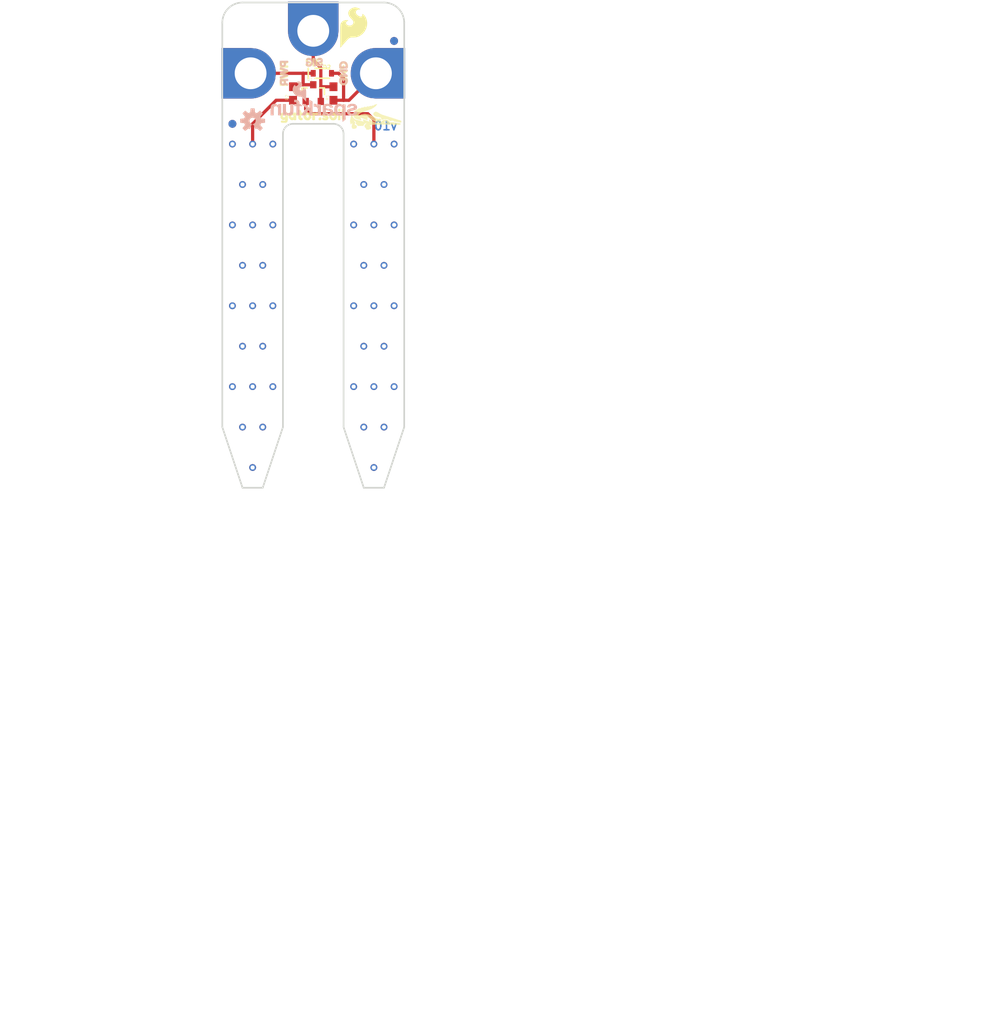
<source format=kicad_pcb>
(kicad_pcb (version 20211014) (generator pcbnew)
  (layers (0 "F.Cu" signal) (31 "B.Cu" signal) (34 "B.Paste" user) (35 "F.Paste" user) (36 "B.SilkS" user "B.Silkscreen") (37 "F.SilkS" user "F.Silkscreen") (38 "B.Mask" user) (39 "F.Mask" user) (44 "Edge.Cuts" user))
  (net 0 "")
  (net 1 "SIG")
  (net 2 "VCC")
  (net 3 "GND")
  (net 4 "PROBE1")
  (net 5 "PROBE2")
  (footprint "boardEagle:STAND-OFF" (layer "F.Cu") (at 139.6111 77.0636)
    (fp_text reference "STANDOFF1" hide)
    (fp_text value "STAND-OFF" hide)
    (pad "" np_thru_hole circle (at 0 0) (size 3.302 3.302) (drill 3.302) (layers *.Cu *.Mask))
  )
  (footprint "boardEagle:FIDUCIAL-1X2" (layer "F.Cu") (at 158.6611 79.3496)
    (fp_text reference "FID1" hide)
    (fp_text value "FIDUCIAL1X2" hide)
    (pad "1" smd roundrect (at 0 0) (size 1 1) (layers "F.Cu" "F.Mask") (roundrect_rratio 0.5))
  )
  (footprint "boardEagle:SIG1" (layer "F.Cu") (at 146.5961 82.0166)
    (fp_text reference "U$3" hide)
    (fp_text value "" hide)
  )
  (footprint "boardEagle:ORDERING_INSTRUCTIONS" (layer "F.Cu") (at 130.7211 151.9936)
    (fp_text reference "U$10" hide)
    (fp_text value "" hide)
  )
  (footprint "boardEagle:GATOR_MINI" (layer "F.Cu") (at 140.8811 83.4136 -90)
    (fp_text reference "J1" hide)
    (fp_text value "GATORGATOR_MINI" hide)
    (fp_poly (pts (xy 0.703108 -2.842582) (xy 1.048702 -2.743018) (xy 1.377668 -2.606756) (xy 1.689309 -2.434518) (xy 1.979705 -2.228471) (xy 2.245205 -1.991205) (xy 2.482471 -1.725705) (xy 2.688518 -1.435309) (xy 2.860756 -1.123668) (xy 2.997018 -0.794702) (xy 3.095591 -0.452549) (xy 3.155235 -0.10151) (xy 3.175 0.250437) (xy 3.175 3.937) (xy -3.175 3.937) (xy -3.175 0.246868) (xy -3.096582 -0.449108) (xy -2.997018 -0.794702) (xy -2.860756 -1.123668) (xy -2.688518 -1.435309) (xy -2.482471 -1.725705) (xy -2.245205 -1.991205) (xy -1.979705 -2.228471) (xy -1.689309 -2.434518) (xy -1.377668 -2.606756) (xy -1.048702 -2.743018) (xy -0.706549 -2.841591) (xy -0.35551 -2.901235) (xy 0.003575 -2.921401)) (layer "F.Cu") (width 0) (fill solid))
    (fp_poly (pts (xy 0.703108 -2.842582) (xy 1.048702 -2.743018) (xy 1.377668 -2.606756) (xy 1.689309 -2.434518) (xy 1.979705 -2.228471) (xy 2.245205 -1.991205) (xy 2.482471 -1.725705) (xy 2.688518 -1.435309) (xy 2.860756 -1.123668) (xy 2.997018 -0.794702) (xy 3.095591 -0.452549) (xy 3.155235 -0.10151) (xy 3.175 0.250437) (xy 3.175 3.937) (xy -3.175 3.937) (xy -3.175 0.246868) (xy -3.096582 -0.449108) (xy -2.997018 -0.794702) (xy -2.860756 -1.123668) (xy -2.688518 -1.435309) (xy -2.482471 -1.725705) (xy -2.245205 -1.991205) (xy -1.979705 -2.228471) (xy -1.689309 -2.434518) (xy -1.377668 -2.606756) (xy -1.048702 -2.743018) (xy -0.706549 -2.841591) (xy -0.35551 -2.901235) (xy 0.003575 -2.921401)) (layer "B.Cu") (width 0) (fill solid))
    (pad "P$2" thru_hole circle (at 0 0.254 270) (size 5.08 5.08) (drill 4.0005) (layers *.Cu *.Mask) (net 2 "VCC"))
  )
  (footprint "boardEagle:GND0" (layer "F.Cu") (at 152.3111 81.0006 -90)
    (fp_text reference "U$2" hide)
    (fp_text value "" hide)
  )
  (footprint "boardEagle:FIDUCIAL-1X2" (layer "F.Cu") (at 138.3411 89.7636)
    (fp_text reference "FID2" hide)
    (fp_text value "FIDUCIAL1X2" hide)
    (pad "1" smd roundrect (at 0 0) (size 1 1) (layers "F.Cu" "F.Mask") (roundrect_rratio 0.5))
  )
  (footprint "boardEagle:GATOR#SOIL1" (layer "F.Cu") (at 143.1671 88.6206)
    (fp_text reference "U$8" hide)
    (fp_text value "" hide)
  )
  (footprint "boardEagle:GATORBIT_FINAL_FOR_SILK#01#PNG" (layer "F.Cu") (at 156.3751 88.8746)
    (fp_text reference "U$11" hide)
    (fp_text value "" hide)
  )
  (footprint "boardEagle:0603" (layer "F.Cu") (at 151.0411 85.9536 90)
    (fp_text reference "R1" (at -0.889 -0.762 90) (layer "F.SilkS") (effects (font (size 0.367386 0.367386) (thickness 0.039014)) (justify left)))
    (fp_text value "10k")
    (pad "1" smd rect (at -0.85 0 90) (size 1.1 1) (layers "F.Cu" "F.Paste" "F.Mask") (net 3 "GND"))
    (pad "2" smd rect (at 0.85 0 90) (size 1.1 1) (layers "F.Cu" "F.Paste" "F.Mask") (net 1 "SIG"))
  )
  (footprint "boardEagle:REVISION" (layer "F.Cu") (at 140.8811 148.1836)
    (fp_text reference "LOGO3" hide)
    (fp_text value "REVISION" hide)
  )
  (footprint "boardEagle:SFE_LOGO_FLAME_.2" (layer "F.Cu") (at 151.5491 80.4926)
    (fp_text reference "U$4" hide)
    (fp_text value "" hide)
  )
  (footprint "boardEagle:GATOR_MINI" (layer "F.Cu") (at 148.5011 78.3336 180)
    (fp_text reference "J3" hide)
    (fp_text value "GATORGATOR_MINI" hide)
    (fp_poly (pts (xy 0.703108 -2.842582) (xy 1.048702 -2.743018) (xy 1.377668 -2.606756) (xy 1.689309 -2.434518) (xy 1.979705 -2.228471) (xy 2.245205 -1.991205) (xy 2.482471 -1.725705) (xy 2.688518 -1.435309) (xy 2.860756 -1.123668) (xy 2.997018 -0.794702) (xy 3.095591 -0.452549) (xy 3.155235 -0.10151) (xy 3.175 0.250437) (xy 3.175 3.937) (xy -3.175 3.937) (xy -3.175 0.246868) (xy -3.096582 -0.449108) (xy -2.997018 -0.794702) (xy -2.860756 -1.123668) (xy -2.688518 -1.435309) (xy -2.482471 -1.725705) (xy -2.245205 -1.991205) (xy -1.979705 -2.228471) (xy -1.689309 -2.434518) (xy -1.377668 -2.606756) (xy -1.048702 -2.743018) (xy -0.706549 -2.841591) (xy -0.35551 -2.901235) (xy 0.003575 -2.921401)) (layer "F.Cu") (width 0) (fill solid))
    (fp_poly (pts (xy 0.703108 -2.842582) (xy 1.048702 -2.743018) (xy 1.377668 -2.606756) (xy 1.689309 -2.434518) (xy 1.979705 -2.228471) (xy 2.245205 -1.991205) (xy 2.482471 -1.725705) (xy 2.688518 -1.435309) (xy 2.860756 -1.123668) (xy 2.997018 -0.794702) (xy 3.095591 -0.452549) (xy 3.155235 -0.10151) (xy 3.175 0.250437) (xy 3.175 3.937) (xy -3.175 3.937) (xy -3.175 0.246868) (xy -3.096582 -0.449108) (xy -2.997018 -0.794702) (xy -2.860756 -1.123668) (xy -2.688518 -1.435309) (xy -2.482471 -1.725705) (xy -2.245205 -1.991205) (xy -1.979705 -2.228471) (xy -1.689309 -2.434518) (xy -1.377668 -2.606756) (xy -1.048702 -2.743018) (xy -0.706549 -2.841591) (xy -0.35551 -2.901235) (xy 0.003575 -2.921401)) (layer "B.Cu") (width 0) (fill solid))
    (pad "P$2" thru_hole circle (at 0 0.254 180) (size 5.08 5.08) (drill 4.0005) (layers *.Cu *.Mask) (net 1 "SIG"))
  )
  (footprint "boardEagle:0603" (layer "F.Cu") (at 145.9611 85.9536 90)
    (fp_text reference "R2" (at -0.889 -0.762 90) (layer "F.SilkS") (effects (font (size 0.367386 0.367386) (thickness 0.039014)) (justify left)))
    (fp_text value "100")
    (pad "1" smd rect (at -0.85 0 90) (size 1.1 1) (layers "F.Cu" "F.Paste" "F.Mask") (net 5 "PROBE2"))
    (pad "2" smd rect (at 0.85 0 90) (size 1.1 1) (layers "F.Cu" "F.Paste" "F.Mask") (net 2 "VCC"))
  )
  (footprint "boardEagle:SOT23-3@1" (layer "F.Cu") (at 148.5011 85.9536)
    (fp_text reference "Q1" (at -0.8255 -1.778) (layer "F.SilkS") (effects (font (size 0.376489 0.376489) (thickness 0.029911)) (justify left)))
    (fp_text value "2N3904")
    (pad "1" smd rect (at -0.95 1) (size 0.8 0.9) (layers "F.Cu" "F.Paste" "F.Mask") (net 4 "PROBE1"))
    (pad "2" smd rect (at 0.95 1) (size 0.8 0.9) (layers "F.Cu" "F.Paste" "F.Mask") (net 1 "SIG"))
    (pad "3" smd rect (at 0 -1.1) (size 0.8 0.9) (layers "F.Cu" "F.Paste" "F.Mask") (net 2 "VCC"))
  )
  (footprint "boardEagle:CREATIVE_COMMONS" (layer "F.Cu") (at 129.4511 145.6436)
    (fp_text reference "FRAME1" hide)
    (fp_text value "" hide)
  )
  (footprint "boardEagle:PWR2" (layer "F.Cu") (at 144.8181 85.9536 90)
    (fp_text reference "U$1" hide)
    (fp_text value "" hide)
  )
  (footprint "boardEagle:SOD-323" (layer "F.Cu") (at 149.6441 83.4136)
    (fp_text reference "D2" (at 0 -0.762) (layer "F.SilkS") (effects (font (size 0.512064 0.512064) (thickness 0.097536)) (justify left)))
    (fp_text value "3.6V")
    (pad "A" smd rect (at 1.15 0) (size 0.63 0.83) (layers "F.Cu" "F.Paste" "F.Mask") (net 3 "GND"))
    (pad "C" smd rect (at -1.15 0) (size 0.63 0.83) (layers "F.Cu" "F.Paste" "F.Mask") (net 2 "VCC"))
  )
  (footprint "boardEagle:STAND-OFF" (layer "F.Cu") (at 157.3911 77.0636)
    (fp_text reference "STANDOFF2" hide)
    (fp_text value "STAND-OFF" hide)
    (pad "" np_thru_hole circle (at 0 0) (size 3.302 3.302) (drill 3.302) (layers *.Cu *.Mask))
  )
  (footprint "boardEagle:GATOR_MINI" (layer "F.Cu") (at 156.1211 83.4136 90)
    (fp_text reference "J2" hide)
    (fp_text value "GATORGATOR_MINI" hide)
    (fp_poly (pts (xy 0.703108 -2.842582) (xy 1.048702 -2.743018) (xy 1.377668 -2.606756) (xy 1.689309 -2.434518) (xy 1.979705 -2.228471) (xy 2.245205 -1.991205) (xy 2.482471 -1.725705) (xy 2.688518 -1.435309) (xy 2.860756 -1.123668) (xy 2.997018 -0.794702) (xy 3.095591 -0.452549) (xy 3.155235 -0.10151) (xy 3.175 0.250437) (xy 3.175 3.937) (xy -3.175 3.937) (xy -3.175 0.246868) (xy -3.096582 -0.449108) (xy -2.997018 -0.794702) (xy -2.860756 -1.123668) (xy -2.688518 -1.435309) (xy -2.482471 -1.725705) (xy -2.245205 -1.991205) (xy -1.979705 -2.228471) (xy -1.689309 -2.434518) (xy -1.377668 -2.606756) (xy -1.048702 -2.743018) (xy -0.706549 -2.841591) (xy -0.35551 -2.901235) (xy 0.003575 -2.921401)) (layer "F.Cu") (width 0) (fill solid))
    (fp_poly (pts (xy 0.703108 -2.842582) (xy 1.048702 -2.743018) (xy 1.377668 -2.606756) (xy 1.689309 -2.434518) (xy 1.979705 -2.228471) (xy 2.245205 -1.991205) (xy 2.482471 -1.725705) (xy 2.688518 -1.435309) (xy 2.860756 -1.123668) (xy 2.997018 -0.794702) (xy 3.095591 -0.452549) (xy 3.155235 -0.10151) (xy 3.175 0.250437) (xy 3.175 3.937) (xy -3.175 3.937) (xy -3.175 0.246868) (xy -3.096582 -0.449108) (xy -2.997018 -0.794702) (xy -2.860756 -1.123668) (xy -2.688518 -1.435309) (xy -2.482471 -1.725705) (xy -2.245205 -1.991205) (xy -1.979705 -2.228471) (xy -1.689309 -2.434518) (xy -1.377668 -2.606756) (xy -1.048702 -2.743018) (xy -0.706549 -2.841591) (xy -0.35551 -2.901235) (xy 0.003575 -2.921401)) (layer "B.Cu") (width 0) (fill solid))
    (pad "P$2" thru_hole circle (at 0 0.254 90) (size 5.08 5.08) (drill 4.0005) (layers *.Cu *.Mask) (net 3 "GND"))
  )
  (footprint "boardEagle:FIDUCIAL-1X2" (layer "B.Cu") (at 138.3411 89.7636 180)
    (fp_text reference "FID3" hide)
    (fp_text value "FIDUCIAL1X2" hide)
    (pad "1" smd roundrect (at 0 0 180) (size 1 1) (layers "B.Cu" "B.Mask") (roundrect_rratio 0.5))
  )
  (footprint "boardEagle:SFE_LOGO_NAME_FLAME_.1" (layer "B.Cu") (at 154.4701 89.6366 180)
    (fp_text reference "LOGO1" hide)
    (fp_text value "SFE_LOGO_NAME_FLAME.1_INCH" hide)
  )
  (footprint "boardEagle:FIDUCIAL-1X2" (layer "B.Cu") (at 158.6611 79.3496 180)
    (fp_text reference "FID4" hide)
    (fp_text value "FIDUCIAL1X2" hide)
    (pad "1" smd roundrect (at 0 0 180) (size 1 1) (layers "B.Cu" "B.Mask") (roundrect_rratio 0.5))
  )
  (footprint "boardEagle:SIG1" (layer "B.Cu") (at 150.6601 82.0166 180)
    (fp_text reference "U$5" hide)
    (fp_text value "" hide)
  )
  (footprint "boardEagle:OSHW-LOGO-S" (layer "B.Cu") (at 140.8811 89.3826 180)
    (fp_text reference "LOGO2" hide)
    (fp_text value "OSHW-LOGOS" hide)
  )
  (footprint "boardEagle:PWR2" (layer "B.Cu") (at 144.8181 80.8736 -90)
    (fp_text reference "U$6" hide)
    (fp_text value "" hide)
  )
  (footprint "boardEagle:GND0" (layer "B.Cu") (at 152.3111 85.8266 90)
    (fp_text reference "U$7" hide)
    (fp_text value "" hide)
  )
  (gr_line (start 157.3911 135.4836) (end 154.8511 135.4836) (layer "Edge.Cuts") (width 0.2032))
  (gr_arc (start 137.0711 77.0636) (mid 137.815049 75.267549) (end 139.6111 74.5236) (layer "Edge.Cuts") (width 0.2032))
  (gr_line (start 139.6111 135.4836) (end 142.1511 135.4836) (layer "Edge.Cuts") (width 0.2032))
  (gr_line (start 152.3111 127.8636) (end 152.3111 91.0336) (layer "Edge.Cuts") (width 0.2032))
  (gr_line (start 144.6911 127.8636) (end 144.6911 91.0336) (layer "Edge.Cuts") (width 0.2032))
  (gr_line (start 154.8511 135.4836) (end 152.3111 127.8636) (layer "Edge.Cuts") (width 0.2032))
  (gr_line (start 159.9311 77.0636) (end 159.9311 127.8636) (layer "Edge.Cuts") (width 0.2032))
  (gr_arc (start 157.3911 74.5236) (mid 159.187151 75.267549) (end 159.9311 77.0636) (layer "Edge.Cuts") (width 0.2032))
  (gr_line (start 137.0711 77.0636) (end 137.0711 127.8636) (layer "Edge.Cuts") (width 0.2032))
  (gr_line (start 145.9611 89.7636) (end 151.0411 89.7636) (layer "Edge.Cuts") (width 0.2032))
  (gr_line (start 159.9311 127.8636) (end 157.3911 135.4836) (layer "Edge.Cuts") (width 0.2032))
  (gr_line (start 142.1511 135.4836) (end 144.6911 127.8636) (layer "Edge.Cuts") (width 0.2032))
  (gr_line (start 137.0711 127.8636) (end 139.6111 135.4836) (layer "Edge.Cuts") (width 0.2032))
  (gr_arc (start 151.0411 89.7636) (mid 151.939126 90.135574) (end 152.3111 91.0336) (layer "Edge.Cuts") (width 0.2032))
  (gr_arc (start 144.6911 91.0336) (mid 145.063074 90.135574) (end 145.9611 89.7636) (layer "Edge.Cuts") (width 0.2032))
  (gr_line (start 139.6111 74.5236) (end 157.3911 74.5236) (layer "Edge.Cuts") (width 0.2032))
  (gr_text "v10" (at 159.1691 90.6526) (layer "B.Cu") (effects (font (size 1.0795 1.0795) (thickness 0.1905)) (justify left bottom mirror)))
  (segment (start 151.0411 85.1036) (end 149.5391 85.1036) (width 0.4064) (layer "F.Cu") (net 1))
  (segment (start 149.4511 85.1916) (end 149.4511 86.9536) (width 0.4064) (layer "F.Cu") (net 1))
  (segment (start 149.4511 82.7126) (end 149.4511 85.1916) (width 0.4064) (layer "F.Cu") (net 1))
  (segment (start 148.5011 81.7626) (end 149.4511 82.7126) (width 0.4064) (layer "F.Cu") (net 1))
  (segment (start 149.5391 85.1036) (end 149.4511 85.1916) (width 0.4064) (layer "F.Cu") (net 1))
  (segment (start 148.5011 78.0796) (end 148.5011 81.7626) (width 0.4064) (layer "F.Cu") (net 1))
  (segment (start 140.6271 83.4136) (end 147.2311 83.4136) (width 0.4064) (layer "F.Cu") (net 2))
  (segment (start 146.2111 84.8536) (end 147.2311 84.8536) (width 0.4064) (layer "F.Cu") (net 2))
  (segment (start 147.2311 84.8536) (end 147.2311 83.4136) (width 0.4064) (layer "F.Cu") (net 2))
  (segment (start 147.2311 83.4136) (end 148.4941 83.4136) (width 0.4064) (layer "F.Cu") (net 2))
  (segment (start 147.2311 84.8536) (end 148.5011 84.8536) (width 0.4064) (layer "F.Cu") (net 2))
  (segment (start 145.9611 85.1036) (end 146.2111 84.8536) (width 0.254) (layer "F.Cu") (net 2))
  (segment (start 152.3111 86.8036) (end 152.3111 84.0486) (width 0.4064) (layer "F.Cu") (net 3))
  (segment (start 156.3751 83.4136) (end 152.9851 86.8036) (width 0.4064) (layer "F.Cu") (net 3))
  (segment (start 151.6761 83.4136) (end 150.7941 83.4136) (width 0.4064) (layer "F.Cu") (net 3))
  (segment (start 152.3111 86.8036) (end 151.0411 86.8036) (width 0.4064) (layer "F.Cu") (net 3))
  (segment (start 152.9851 86.8036) (end 152.3111 86.8036) (width 0.4064) (layer "F.Cu") (net 3))
  (segment (start 152.3111 84.0486) (end 151.6761 83.4136) (width 0.4064) (layer "F.Cu") (net 3))
  (segment (start 147.5511 87.9246) (end 148.1201 88.4936) (width 0.4064) (layer "F.Cu") (net 4))
  (segment (start 156.1211 92.3036) (end 156.1211 89.2556) (width 0.4064) (layer "F.Cu") (net 4))
  (segment (start 156.1211 89.2556) (end 155.3591 88.4936) (width 0.4064) (layer "F.Cu") (net 4))
  (segment (start 148.1201 88.4936) (end 155.3591 88.4936) (width 0.4064) (layer "F.Cu") (net 4))
  (segment (start 147.5511 86.9536) (end 147.5511 87.9246) (width 0.4064) (layer "F.Cu") (net 4))
  (via (at 154.8511 117.7036) (size 0.8636) (drill 0.508) (layers "F.Cu" "B.Cu") (net 4))
  (via (at 157.3911 117.7036) (size 0.8636) (drill 0.508) (layers "F.Cu" "B.Cu") (net 4))
  (via (at 153.5811 92.3036) (size 0.8636) (drill 0.508) (layers "F.Cu" "B.Cu") (net 4))
  (via (at 156.1211 122.7836) (size 0.8636) (drill 0.508) (layers "F.Cu" "B.Cu") (net 4))
  (via (at 157.3911 97.3836) (size 0.8636) (drill 0.508) (layers "F.Cu" "B.Cu") (net 4))
  (via (at 154.8511 107.5436) (size 0.8636) (drill 0.508) (layers "F.Cu" "B.Cu") (net 4))
  (via (at 158.6611 112.6236) (size 0.8636) (drill 0.508) (layers "F.Cu" "B.Cu") (net 4))
  (via (at 156.1211 92.3036) (size 0.8636) (drill 0.508) (layers "F.Cu" "B.Cu") (net 4))
  (via (at 153.5811 112.6236) (size 0.8636) (drill 0.508) (layers "F.Cu" "B.Cu") (net 4))
  (via (at 153.5811 102.4636) (size 0.8636) (drill 0.508) (layers "F.Cu" "B.Cu") (net 4))
  (via (at 158.6611 92.3036) (size 0.8636) (drill 0.508) (layers "F.Cu" "B.Cu") (net 4))
  (via (at 157.3911 107.5436) (size 0.8636) (drill 0.508) (layers "F.Cu" "B.Cu") (net 4))
  (via (at 154.8511 127.8636) (size 0.8636) (drill 0.508) (layers "F.Cu" "B.Cu") (net 4))
  (via (at 156.1211 112.6236) (size 0.8636) (drill 0.508) (layers "F.Cu" "B.Cu") (net 4))
  (via (at 156.1211 102.4636) (size 0.8636) (drill 0.508) (layers "F.Cu" "B.Cu") (net 4))
  (via (at 153.5811 122.7836) (size 0.8636) (drill 0.508) (layers "F.Cu" "B.Cu") (net 4))
  (via (at 156.1211 132.9436) (size 0.8636) (drill 0.508) (layers "F.Cu" "B.Cu") (net 4))
  (via (at 158.6611 102.4636) (size 0.8636) (drill 0.508) (layers "F.Cu" "B.Cu") (net 4))
  (via (at 158.6611 122.7836) (size 0.8636) (drill 0.508) (layers "F.Cu" "B.Cu") (net 4))
  (via (at 154.8511 97.3836) (size 0.8636) (drill 0.508) (layers "F.Cu" "B.Cu") (net 4))
  (via (at 157.3911 127.8636) (size 0.8636) (drill 0.508) (layers "F.Cu" "B.Cu") (net 4))
  (segment (start 140.8811 89.7636) (end 140.8811 92.3036) (width 0.4064) (layer "F.Cu") (net 5))
  (segment (start 145.9611 86.8036) (end 143.8411 86.8036) (width 0.4064) (layer "F.Cu") (net 5))
  (segment (start 143.8411 86.8036) (end 140.8811 89.7636) (width 0.4064) (layer "F.Cu") (net 5))
  (via (at 138.3411 112.6236) (size 0.8636) (drill 0.508) (layers "F.Cu" "B.Cu") (net 5))
  (via (at 140.8811 122.7836) (size 0.8636) (drill 0.508) (layers "F.Cu" "B.Cu") (net 5))
  (via (at 143.4211 112.6236) (size 0.8636) (drill 0.508) (layers "F.Cu" "B.Cu") (net 5))
  (via (at 138.3411 122.7836) (size 0.8636) (drill 0.508) (layers "F.Cu" "B.Cu") (net 5))
  (via (at 143.4211 122.7836) (size 0.8636) (drill 0.508) (layers "F.Cu" "B.Cu") (net 5))
  (via (at 140.8811 112.6236) (size 0.8636) (drill 0.508) (layers "F.Cu" "B.Cu") (net 5))
  (via (at 142.1511 107.5436) (size 0.8636) (drill 0.508) (layers "F.Cu" "B.Cu") (net 5))
  (via (at 142.1511 117.7036) (size 0.8636) (drill 0.508) (layers "F.Cu" "B.Cu") (net 5))
  (via (at 140.8811 92.3036) (size 0.8636) (drill 0.508) (layers "F.Cu" "B.Cu") (net 5))
  (via (at 143.4211 92.3036) (size 0.8636) (drill 0.508) (layers "F.Cu" "B.Cu") (net 5))
  (via (at 138.3411 92.3036) (size 0.8636) (drill 0.508) (layers "F.Cu" "B.Cu") (net 5))
  (via (at 139.6111 127.8636) (size 0.8636) (drill 0.508) (layers "F.Cu" "B.Cu") (net 5))
  (via (at 140.8811 102.4636) (size 0.8636) (drill 0.508) (layers "F.Cu" "B.Cu") (net 5))
  (via (at 139.6111 117.7036) (size 0.8636) (drill 0.508) (layers "F.Cu" "B.Cu") (net 5))
  (via (at 142.1511 127.8636) (size 0.8636) (drill 0.508) (layers "F.Cu" "B.Cu") (net 5))
  (via (at 143.4211 102.4636) (size 0.8636) (drill 0.508) (layers "F.Cu" "B.Cu") (net 5))
  (via (at 139.6111 97.3836) (size 0.8636) (drill 0.508) (layers "F.Cu" "B.Cu") (net 5))
  (via (at 138.3411 102.4636) (size 0.8636) (drill 0.508) (layers "F.Cu" "B.Cu") (net 5))
  (via (at 139.6111 107.5436) (size 0.8636) (drill 0.508) (layers "F.Cu" "B.Cu") (net 5))
  (via (at 140.8811 132.9436) (size 0.8636) (drill 0.508) (layers "F.Cu" "B.Cu") (net 5))
  (via (at 142.1511 97.3836) (size 0.8636) (drill 0.508) (layers "F.Cu" "B.Cu") (net 5))
)
</source>
